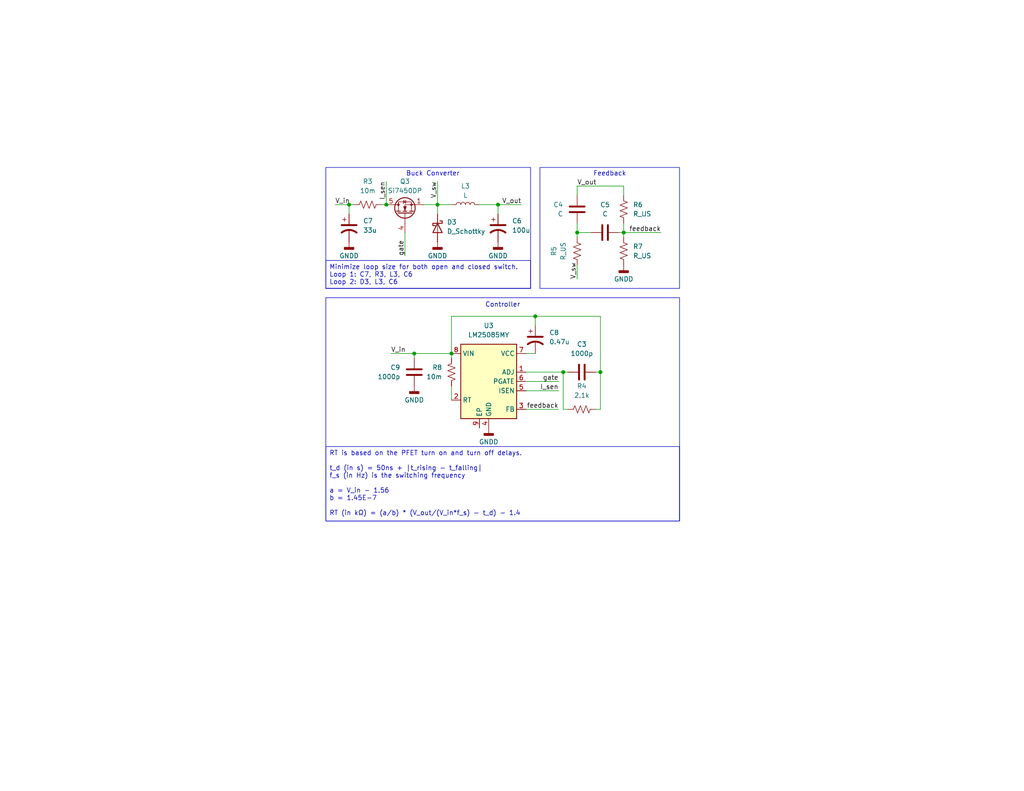
<source format=kicad_sch>
(kicad_sch (version 20250114) (generator "eeschema") (generator_version "9.0")
  (paper "USLetter")
  (lib_symbols
    (symbol "Device:C" (pin_numbers (hide yes)) (pin_names (offset 0.254))
      (property "Reference" "C" (at 0.635 2.54 0))
      (property "Value" "C" (at 0.635 -2.54 0))
      (symbol "C_0_1"
        (polyline (pts (xy -2.032 0.762) (xy 2.032 0.762)) (stroke (width 0.508)))
        (polyline (pts (xy -2.032 -0.762) (xy 2.032 -0.762)) (stroke (width 0.508)))
      )
      (symbol "C_1_1"
        (pin passive line (at 0 3.81 270) (length 2.794) (name "~") (number "1"))
        (pin passive line (at 0 -3.81 90) (length 2.794) (name "~") (number "2"))
      )
    )
    (symbol "Device:C_Polarized_US" (pin_numbers (hide yes)) (pin_names (offset 0.254) (hide yes))
      (property "Reference" "C" (at 0.635 2.54 0))
      (property "Value" "C_Polarized_US" (at 0.635 -2.54 0))
      (symbol "C_Polarized_US_0_1"
        (polyline (pts (xy -2.032 0.762) (xy 2.032 0.762)) (stroke (width 0.508)))
        (polyline (pts (xy -1.778 2.286) (xy -0.762 2.286)))
        (polyline (pts (xy -1.27 1.778) (xy -1.27 2.794)))
        (arc (start -2.032 -1.27) (mid 0 -0.5572) (end 2.032 -1.27) (stroke (width 0.508)))
      )
      (symbol "C_Polarized_US_1_1"
        (pin passive line (at 0 3.81 270) (length 2.794) (name "~") (number "1"))
        (pin passive line (at 0 -3.81 90) (length 3.302) (name "~") (number "2"))
      )
    )
    (symbol "Device:D_Schottky" (pin_numbers (hide yes)) (pin_names (offset 1.016) (hide yes))
      (property "Reference" "D" (at 0 2.54 0))
      (property "Value" "D_Schottky" (at 0 -2.54 0))
      (symbol "D_Schottky_0_1"
        (polyline (pts (xy -1.905 0.635) (xy -1.905 1.27) (xy -1.27 1.27) (xy -1.27 -1.27) (xy -0.635 -1.27) (xy -0.635 -0.635)) (stroke (width 0.254)))
        (polyline (pts (xy 1.27 1.27) (xy 1.27 -1.27) (xy -1.27 0) (xy 1.27 1.27)) (stroke (width 0.254)))
        (polyline (pts (xy 1.27 0) (xy -1.27 0)))
      )
      (symbol "D_Schottky_1_1"
        (pin passive line (at -3.81 0 0) (length 2.54) (name "K") (number "1"))
        (pin passive line (at 3.81 0 180) (length 2.54) (name "A") (number "2"))
      )
    )
    (symbol "Device:L" (pin_numbers (hide yes)) (pin_names (offset 1.016) (hide yes))
      (property "Reference" "L" (at -1.27 0 90))
      (property "Value" "L" (at 1.905 0 90))
      (symbol "L_0_1"
        (arc (start 0 2.54) (mid 0.6323 1.905) (end 0 1.27))
        (arc (start 0 1.27) (mid 0.6323 0.635) (end 0 0))
        (arc (start 0 0) (mid 0.6323 -0.635) (end 0 -1.27))
        (arc (start 0 -1.27) (mid 0.6323 -1.905) (end 0 -2.54))
      )
      (symbol "L_1_1"
        (pin passive line (at 0 3.81 270) (length 1.27) (name "1") (number "1"))
        (pin passive line (at 0 -3.81 90) (length 1.27) (name "2") (number "2"))
      )
    )
    (symbol "Device:R_US" (pin_numbers (hide yes)) (pin_names (offset 0))
      (property "Reference" "R" (at 2.54 0 90))
      (property "Value" "R_US" (at -2.54 0 90))
      (symbol "R_US_0_1"
        (polyline (pts (xy 0 2.286) (xy 0 2.54)))
        (polyline (pts (xy 0 2.286) (xy 1.016 1.905) (xy 0 1.524) (xy -1.016 1.143) (xy 0 0.762)))
        (polyline (pts (xy 0 0.762) (xy 1.016 0.381) (xy 0 0) (xy -1.016 -0.381) (xy 0 -0.762)))
        (polyline (pts (xy 0 -0.762) (xy 1.016 -1.143) (xy 0 -1.524) (xy -1.016 -1.905) (xy 0 -2.286)))
        (polyline (pts (xy 0 -2.286) (xy 0 -2.54)))
      )
      (symbol "R_US_1_1"
        (pin passive line (at 0 3.81 270) (length 1.27) (name "~") (number "1"))
        (pin passive line (at 0 -3.81 90) (length 1.27) (name "~") (number "2"))
      )
    )
    (symbol "Regulator_Switching:LM25085MY"
      (property "Reference" "U" (at -7.62 11.43 0))
      (property "Value" "LM25085MY" (at -1.27 11.43 0))
      (symbol "LM25085MY_0_1"
        (rectangle (start -7.62 10.16) (end 7.62 -10.16) (stroke (width 0.254)) (fill (type background)))
      )
      (symbol "LM25085MY_1_1"
        (pin power_in line (at -10.16 7.62 0) (length 2.54) (name "VIN") (number "8"))
        (pin input line (at -10.16 -5.08 0) (length 2.54) (name "RT") (number "2"))
        (pin passive line (at -2.54 -12.7 90) (length 2.54) (name "EP") (number "9"))
        (pin power_in line (at 0 -12.7 90) (length 2.54) (name "GND") (number "4"))
        (pin power_out line (at 10.16 7.62 180) (length 2.54) (name "VCC") (number "7"))
        (pin input line (at 10.16 2.54 180) (length 2.54) (name "ADJ") (number "1"))
        (pin output line (at 10.16 0 180) (length 2.54) (name "PGATE") (number "6"))
        (pin input line (at 10.16 -2.54 180) (length 2.54) (name "ISEN") (number "5"))
        (pin input line (at 10.16 -7.62 180) (length 2.54) (name "FB") (number "3"))
      )
    )
    (symbol "Transistor_FET:Si7450DP" (pin_names (hide yes))
      (property "Reference" "Q" (at 5.08 1.905 0))
      (property "Value" "Si7450DP" (at 5.08 0 0))
      (symbol "Si7450DP_0_1"
        (polyline (pts (xy 0.254 1.905) (xy 0.254 -1.905)) (stroke (width 0.254)))
        (polyline (pts (xy 0.254 0) (xy -2.54 0)))
        (polyline (pts (xy 0.762 2.286) (xy 0.762 1.27)) (stroke (width 0.254)))
        (polyline (pts (xy 0.762 0.508) (xy 0.762 -0.508)) (stroke (width 0.254)))
        (polyline (pts (xy 0.762 -1.27) (xy 0.762 -2.286)) (stroke (width 0.254)))
        (polyline (pts (xy 0.762 -1.778) (xy 3.302 -1.778) (xy 3.302 1.778) (xy 0.762 1.778)))
        (polyline (pts (xy 1.016 0) (xy 2.032 0.381) (xy 2.032 -0.381) (xy 1.016 0)) (fill (type outline)))
        (circle (center 1.651 0) (radius 2.794) (stroke (width 0.254)))
        (polyline (pts (xy 2.54 2.54) (xy 2.54 1.778)))
        (circle (center 2.54 1.778) (radius 0.254) (fill (type outline)))
        (circle (center 2.54 -1.778) (radius 0.254) (fill (type outline)))
        (polyline (pts (xy 2.54 -2.54) (xy 2.54 0) (xy 0.762 0)))
        (polyline (pts (xy 2.794 0.508) (xy 2.921 0.381) (xy 3.683 0.381) (xy 3.81 0.254)))
        (polyline (pts (xy 3.302 0.381) (xy 2.921 -0.254) (xy 3.683 -0.254) (xy 3.302 0.381)))
      )
      (symbol "Si7450DP_1_1"
        (pin input line (at -5.08 0 0) (length 2.54) (name "G") (number "4"))
        (pin passive line (at 2.54 5.08 270) (length 2.54) (name "D") (number "5"))
        (pin passive line (at 2.54 -5.08 90) (length 2.54) (name "S") (number "1"))
        (pin passive line (at 2.54 -5.08 90) (length 2.54) (hide yes) (name "S") (number "2"))
        (pin passive line (at 2.54 -5.08 90) (length 2.54) (hide yes) (name "S") (number "3"))
      )
    )
    (symbol "power:GNDD" (power) (pin_numbers (hide yes)) (pin_names (offset 0) (hide yes))
      (property "Value" "GNDD" (at 0 -3.175 0))
      (symbol "GNDD_0_1"
        (rectangle (start -1.27 -1.524) (end 1.27 -2.032) (stroke (width 0.254)) (fill (type outline)))
        (polyline (pts (xy 0 0) (xy 0 -1.524)))
      )
      (symbol "GNDD_1_1"
        (pin power_in line (at 0 0 270) (length 0) (name "~") (number "1"))
      )
    )
  )
  (rectangle (start 147.32 45.72) (end 185.42 78.74))
  (rectangle (start 88.9 45.72) (end 144.78 78.74))
  (rectangle (start 88.9 81.28) (end 185.42 142.24))
  (text "Buck Converter" (at 118.11 47.498 0) (effects (font (size 1.27 1.27))))
  (text "Controller" (at 137.16 83.312 0) (effects (font (size 1.27 1.27))))
  (text "Feedback" (at 166.37 47.498 0) (effects (font (size 1.27 1.27))))
  (text_box "Minimize loop size for both open and closed switch.\nLoop 1: C7, R3, L3, C6\nLoop 2: D3, L3, C6" (at 88.9 71.12 0) (size 55.88 7.62) (margins 0.9525 0.9525 0.9525 0.9525) (effects (font (size 1.27 1.27)) (justify left top)))
  (text_box "RT is based on the PFET turn on and turn off delays.\n\nt_d (in s) = 50ns + |t_rising - t_falling|\nf_s (in Hz) is the switching frequency\n\na = V_in - 1.56\nb = 1.45E-7\n\nRT (in kΩ) = (a/b) * (V_out/(V_in*f_s) - t_d) - 1.4" (at 88.9 121.92 0) (size 96.52 20.32) (margins 0.9525 0.9525 0.9525 0.9525) (effects (font (size 1.27 1.27)) (justify left top)))
  (junction (at 123.19 96.52))
  (junction (at 113.03 96.52))
  (junction (at 146.05 86.36))
  (junction (at 95.25 55.88))
  (junction (at 170.18 63.5))
  (junction (at 105.41 55.88))
  (junction (at 119.38 55.88))
  (junction (at 163.83 101.6))
  (junction (at 153.67 101.6))
  (junction (at 135.89 55.88))
  (junction (at 157.48 63.5))
  (wire (pts (xy 119.38 49.53) (xy 119.38 55.88)))
  (wire (pts (xy 115.57 55.88) (xy 119.38 55.88)))
  (wire (pts (xy 153.67 101.6) (xy 153.67 111.76)))
  (wire (pts (xy 135.89 55.88) (xy 135.89 58.42)))
  (wire (pts (xy 157.48 63.5) (xy 161.29 63.5)))
  (wire (pts (xy 157.48 76.2) (xy 157.48 72.39)))
  (wire (pts (xy 130.81 55.88) (xy 135.89 55.88)))
  (wire (pts (xy 143.51 96.52) (xy 146.05 96.52)))
  (wire (pts (xy 157.48 50.8) (xy 170.18 50.8)))
  (wire (pts (xy 95.25 55.88) (xy 95.25 58.42)))
  (wire (pts (xy 170.18 60.96) (xy 170.18 63.5)))
  (wire (pts (xy 162.56 111.76) (xy 163.83 111.76)))
  (wire (pts (xy 95.25 55.88) (xy 96.52 55.88)))
  (wire (pts (xy 123.19 105.41) (xy 123.19 109.22)))
  (wire (pts (xy 105.41 49.53) (xy 105.41 55.88)))
  (wire (pts (xy 157.48 60.96) (xy 157.48 63.5)))
  (wire (pts (xy 146.05 86.36) (xy 146.05 88.9)))
  (wire (pts (xy 170.18 63.5) (xy 170.18 64.77)))
  (wire (pts (xy 106.68 96.52) (xy 113.03 96.52)))
  (wire (pts (xy 157.48 64.77) (xy 157.48 63.5)))
  (wire (pts (xy 123.19 86.36) (xy 146.05 86.36)))
  (wire (pts (xy 163.83 101.6) (xy 162.56 101.6)))
  (wire (pts (xy 163.83 101.6) (xy 163.83 111.76)))
  (wire (pts (xy 123.19 96.52) (xy 123.19 97.79)))
  (wire (pts (xy 143.51 104.14) (xy 152.4 104.14)))
  (wire (pts (xy 154.94 101.6) (xy 153.67 101.6)))
  (wire (pts (xy 152.4 106.68) (xy 143.51 106.68)))
  (wire (pts (xy 113.03 96.52) (xy 123.19 96.52)))
  (wire (pts (xy 157.48 50.8) (xy 157.48 53.34)))
  (wire (pts (xy 163.83 86.36) (xy 163.83 101.6)))
  (wire (pts (xy 170.18 50.8) (xy 170.18 53.34)))
  (wire (pts (xy 153.67 111.76) (xy 154.94 111.76)))
  (wire (pts (xy 119.38 55.88) (xy 123.19 55.88)))
  (wire (pts (xy 180.34 63.5) (xy 170.18 63.5)))
  (wire (pts (xy 168.91 63.5) (xy 170.18 63.5)))
  (wire (pts (xy 123.19 96.52) (xy 123.19 86.36)))
  (wire (pts (xy 135.89 55.88) (xy 142.24 55.88)))
  (wire (pts (xy 105.41 55.88) (xy 104.14 55.88)))
  (wire (pts (xy 119.38 55.88) (xy 119.38 58.42)))
  (wire (pts (xy 91.44 55.88) (xy 95.25 55.88)))
  (wire (pts (xy 110.49 69.85) (xy 110.49 63.5)))
  (wire (pts (xy 152.4 111.76) (xy 143.51 111.76)))
  (wire (pts (xy 143.51 101.6) (xy 153.67 101.6)))
  (wire (pts (xy 146.05 86.36) (xy 163.83 86.36)))
  (wire (pts (xy 113.03 97.79) (xy 113.03 96.52)))
  (label "V_sw" (at 157.48 76.2 90))
  (label "I_sen" (at 152.4 106.68 180))
  (label "V_out" (at 157.48 50.8 0))
  (label "V_in" (at 91.44 55.88 0))
  (label "I_sen" (at 105.41 49.53 270))
  (label "feedback" (at 180.34 63.5 180))
  (label "V_in" (at 106.68 96.52 0))
  (label "feedback" (at 152.4 111.76 180))
  (label "V_out" (at 142.24 55.88 180))
  (label "gate" (at 152.4 104.14 180))
  (label "gate" (at 110.49 69.85 90))
  (label "V_sw" (at 119.38 49.53 270))
  (symbol (lib_id "Device:C") (at 113.03 101.6 0) (mirror y) (unit 1)
    (property "Reference" "C9" (at 109.22 100.3299 0) (effects (justify left)))
    (property "Value" "1000p" (at 109.22 102.8699 0) (effects (justify left)))
    (property "Description" "Unpolarized capacitor" (effects (hide yes)))
  )
  (symbol (lib_id "Device:C_Polarized_US") (at 95.25 62.23 0) (unit 1)
    (property "Reference" "C7" (at 99.06 60.3249 0) (effects (justify left)))
    (property "Value" "33u" (at 99.06 62.8649 0) (effects (justify left)))
    (property "Description" "Polarized capacitor, US symbol" (effects (hide yes)))
  )
  (symbol (lib_id "Device:R_US") (at 158.75 111.76 90) (unit 1)
    (property "Reference" "R4" (at 158.75 105.41 90))
    (property "Value" "2.1k" (at 158.75 107.95 90))
    (property "Description" "Resistor, US symbol" (effects (hide yes)))
  )
  (symbol (lib_id "Device:C") (at 157.48 57.15 0) (mirror y) (unit 1)
    (property "Reference" "C4" (at 153.67 55.8799 0) (effects (justify left)))
    (property "Value" "C" (at 153.67 58.4199 0) (effects (justify left)))
    (property "Description" "Unpolarized capacitor" (effects (hide yes)))
  )
  (symbol (lib_id "Device:C") (at 158.75 101.6 90) (unit 1)
    (property "Reference" "C3" (at 158.75 93.98 90))
    (property "Value" "1000p" (at 158.75 96.52 90))
    (property "Description" "Unpolarized capacitor" (effects (hide yes)))
  )
  (symbol (lib_id "Device:C_Polarized_US") (at 146.05 92.71 0) (unit 1)
    (property "Reference" "C8" (at 149.86 90.8049 0) (effects (justify left)))
    (property "Value" "0.47u" (at 149.86 93.3449 0) (effects (justify left)))
    (property "Description" "Polarized capacitor, US symbol" (effects (hide yes)))
  )
  (symbol (lib_id "Device:C") (at 165.1 63.5 270) (unit 1)
    (property "Reference" "C5" (at 165.1 55.88 90))
    (property "Value" "C" (at 165.1 58.42 90))
    (property "Description" "Unpolarized capacitor" (effects (hide yes)))
  )
  (symbol (lib_id "Transistor_FET:Si7450DP") (at 110.49 58.42 90) (unit 1)
    (property "Reference" "Q3" (at 110.49 49.53 90))
    (property "Value" "Si7450DP" (at 110.49 52.07 90))
    (property "Footprint" "Package_SO:PowerPAK_SO-8_Single" (effects (hide yes)))
    (property "Datasheet" "https://www.vishay.com/docs/71432/si7450dp.pdf" (effects (hide yes)))
    (property "Description" "5.3A Id, 200V Vds, 80mOhm Ron, PowerPAK-8" (effects (hide yes)))
  )
  (symbol (lib_id "Device:C_Polarized_US") (at 135.89 62.23 0) (unit 1)
    (property "Reference" "C6" (at 139.7 60.3249 0) (effects (justify left)))
    (property "Value" "100u" (at 139.7 62.8649 0) (effects (justify left)))
    (property "Description" "Polarized capacitor, US symbol" (effects (hide yes)))
  )
  (symbol (lib_id "power:GNDD") (at 119.38 66.04 0) (unit 1)
    (property "Reference" "#PWR09" (effects (hide yes)))
    (property "Value" "GNDD" (at 119.38 69.85 0))
    (property "Description" "Power symbol creates a global label with name \"GNDD\" , digital ground" (effects (hide yes)))
  )
  (symbol (lib_id "power:GNDD") (at 135.89 66.04 0) (unit 1)
    (property "Reference" "#PWR010" (effects (hide yes)))
    (property "Value" "GNDD" (at 135.89 69.85 0))
    (property "Description" "Power symbol creates a global label with name \"GNDD\" , digital ground" (effects (hide yes)))
  )
  (symbol (lib_id "Device:D_Schottky") (at 119.38 62.23 270) (unit 1)
    (property "Reference" "D3" (at 121.92 60.6424 90) (effects (justify left)))
    (property "Value" "D_Schottky" (at 121.92 63.1824 90) (effects (justify left)))
    (property "Description" "Schottky diode" (effects (hide yes)))
  )
  (symbol (lib_id "Device:R_US") (at 100.33 55.88 90) (unit 1)
    (property "Reference" "R3" (at 100.33 49.53 90))
    (property "Value" "10m" (at 100.33 52.07 90))
    (property "Description" "Resistor, US symbol" (effects (hide yes)))
  )
  (symbol (lib_id "power:GNDD") (at 113.03 105.41 0) (unit 1)
    (property "Reference" "#PWR013" (effects (hide yes)))
    (property "Value" "GNDD" (at 113.03 109.22 0))
    (property "Description" "Power symbol creates a global label with name \"GNDD\" , digital ground" (effects (hide yes)))
  )
  (symbol (lib_id "Device:L") (at 127 55.88 90) (unit 1)
    (property "Reference" "L3" (at 127 50.8 90))
    (property "Value" "L" (at 127 53.34 90))
    (property "Description" "Inductor" (effects (hide yes)))
  )
  (symbol (lib_id "Regulator_Switching:LM25085MY") (at 133.35 104.14 0) (unit 1)
    (property "Reference" "U3" (at 133.35 88.9 0))
    (property "Value" "LM25085MY" (at 133.35 91.44 0))
    (property "Footprint" "Package_SO:MSOP-8-1EP_3x3mm_P0.65mm_EP1.73x1.85mm_ThermalVias" (effects (hide yes)))
    (property "Datasheet" "http://www.ti.com/lit/ds/symlink/lm25085.pdf" (effects (hide yes)))
    (property "Description" "42V Constant On-Time PFET Buck Switching Controller, MSOP-8-EP" (effects (hide yes)))
  )
  (symbol (lib_id "power:GNDD") (at 133.35 116.84 0) (unit 1)
    (property "Reference" "#PWR08" (effects (hide yes)))
    (property "Value" "GNDD" (at 133.35 120.65 0))
    (property "Description" "Power symbol creates a global label with name \"GNDD\" , digital ground" (effects (hide yes)))
  )
  (symbol (lib_id "Device:R_US") (at 157.48 68.58 180) (unit 1)
    (property "Reference" "R5" (at 151.13 68.58 90))
    (property "Value" "R_US" (at 153.67 68.58 90))
    (property "Description" "Resistor, US symbol" (effects (hide yes)))
  )
  (symbol (lib_id "power:GNDD") (at 170.18 72.39 0) (unit 1)
    (property "Reference" "#PWR012" (effects (hide yes)))
    (property "Value" "GNDD" (at 170.18 76.2 0))
    (property "Description" "Power symbol creates a global label with name \"GNDD\" , digital ground" (effects (hide yes)))
  )
  (symbol (lib_id "Device:R_US") (at 170.18 68.58 180) (unit 1)
    (property "Reference" "R7" (at 172.72 67.3099 0) (effects (justify right)))
    (property "Value" "R_US" (at 172.72 69.8499 0) (effects (justify right)))
    (property "Description" "Resistor, US symbol" (effects (hide yes)))
  )
  (symbol (lib_id "Device:R_US") (at 170.18 57.15 180) (unit 1)
    (property "Reference" "R6" (at 172.72 55.8799 0) (effects (justify right)))
    (property "Value" "R_US" (at 172.72 58.4199 0) (effects (justify right)))
    (property "Description" "Resistor, US symbol" (effects (hide yes)))
  )
  (symbol (lib_id "Device:R_US") (at 123.19 101.6 0) (mirror y) (unit 1)
    (property "Reference" "R8" (at 120.65 100.3299 0) (effects (justify left)))
    (property "Value" "10m" (at 120.65 102.8699 0) (effects (justify left)))
    (property "Description" "Resistor, US symbol" (effects (hide yes)))
  )
  (symbol (lib_id "power:GNDD") (at 95.25 66.04 0) (unit 1)
    (property "Reference" "#PWR011" (effects (hide yes)))
    (property "Value" "GNDD" (at 95.25 69.85 0))
    (property "Description" "Power symbol creates a global label with name \"GNDD\" , digital ground" (effects (hide yes)))
  )
)
</source>
